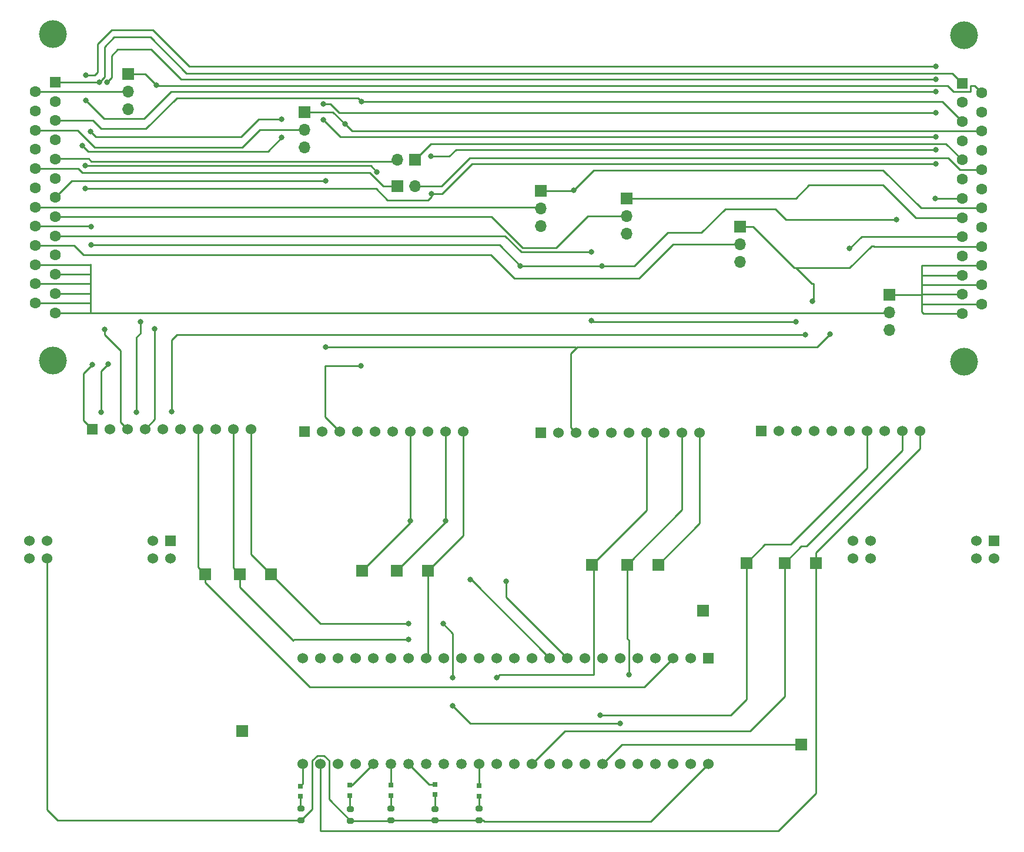
<source format=gbr>
%TF.GenerationSoftware,KiCad,Pcbnew,8.0.6*%
%TF.CreationDate,2025-01-19T12:17:07-08:00*%
%TF.ProjectId,DFboard2,4446626f-6172-4643-922e-6b696361645f,Rev0.1*%
%TF.SameCoordinates,Original*%
%TF.FileFunction,Copper,L1,Top*%
%TF.FilePolarity,Positive*%
%FSLAX46Y46*%
G04 Gerber Fmt 4.6, Leading zero omitted, Abs format (unit mm)*
G04 Created by KiCad (PCBNEW 8.0.6) date 2025-01-19 12:17:07*
%MOMM*%
%LPD*%
G01*
G04 APERTURE LIST*
G04 Aperture macros list*
%AMRoundRect*
0 Rectangle with rounded corners*
0 $1 Rounding radius*
0 $2 $3 $4 $5 $6 $7 $8 $9 X,Y pos of 4 corners*
0 Add a 4 corners polygon primitive as box body*
4,1,4,$2,$3,$4,$5,$6,$7,$8,$9,$2,$3,0*
0 Add four circle primitives for the rounded corners*
1,1,$1+$1,$2,$3*
1,1,$1+$1,$4,$5*
1,1,$1+$1,$6,$7*
1,1,$1+$1,$8,$9*
0 Add four rect primitives between the rounded corners*
20,1,$1+$1,$2,$3,$4,$5,0*
20,1,$1+$1,$4,$5,$6,$7,0*
20,1,$1+$1,$6,$7,$8,$9,0*
20,1,$1+$1,$8,$9,$2,$3,0*%
G04 Aperture macros list end*
%TA.AperFunction,SMDPad,CuDef*%
%ADD10RoundRect,0.200000X-0.275000X0.200000X-0.275000X-0.200000X0.275000X-0.200000X0.275000X0.200000X0*%
%TD*%
%TA.AperFunction,ComponentPad*%
%ADD11R,1.700000X1.700000*%
%TD*%
%TA.AperFunction,ComponentPad*%
%ADD12O,1.700000X1.700000*%
%TD*%
%TA.AperFunction,ComponentPad*%
%ADD13R,1.524000X1.524000*%
%TD*%
%TA.AperFunction,ComponentPad*%
%ADD14C,1.524000*%
%TD*%
%TA.AperFunction,SMDPad,CuDef*%
%ADD15R,0.800000X0.800000*%
%TD*%
%TA.AperFunction,ComponentPad*%
%ADD16C,4.000000*%
%TD*%
%TA.AperFunction,ComponentPad*%
%ADD17R,1.600000X1.600000*%
%TD*%
%TA.AperFunction,ComponentPad*%
%ADD18C,1.600000*%
%TD*%
%TA.AperFunction,ComponentPad*%
%ADD19C,1.514000*%
%TD*%
%TA.AperFunction,ViaPad*%
%ADD20C,0.800000*%
%TD*%
%TA.AperFunction,Conductor*%
%ADD21C,0.254000*%
%TD*%
G04 APERTURE END LIST*
D10*
%TO.P,R2,1*%
%TO.N,Net-(D2-A)*%
X71628000Y-130239000D03*
%TO.P,R2,2*%
%TO.N,3V3*%
X71628000Y-131889000D03*
%TD*%
D11*
%TO.P,JP5,1,A*%
%TO.N,Net-(JP5-A)*%
X111379000Y-42164000D03*
D12*
%TO.P,JP5,2,C*%
%TO.N,Net-(JP5-C)*%
X111379000Y-44704000D03*
%TO.P,JP5,3,B*%
%TO.N,unconnected-(JP5-B-Pad3)*%
X111379000Y-47244000D03*
%TD*%
D11*
%TO.P,TP9,1,1*%
%TO.N,Net-(U4-R2_Out)*%
X115926000Y-94996000D03*
%TD*%
D10*
%TO.P,R1,1*%
%TO.N,Net-(D1-A)*%
X64516000Y-130175000D03*
%TO.P,R1,2*%
%TO.N,3V3*%
X64516000Y-131825000D03*
%TD*%
D13*
%TO.P,U6,1,Ground*%
%TO.N,GND*%
X164338000Y-91567000D03*
D14*
%TO.P,U6,2,Ground*%
%TO.N,unconnected-(U6-Ground-Pad2)*%
X161798000Y-91567000D03*
%TO.P,U6,8,Ground*%
%TO.N,unconnected-(U6-Ground-Pad8)*%
X146558000Y-91567000D03*
%TO.P,U6,9,Ground*%
%TO.N,unconnected-(U6-Ground-Pad9)*%
X144018000Y-91567000D03*
%TO.P,U6,10,3.3V*%
%TO.N,unconnected-(U6-3.3V-Pad10)*%
X144018000Y-94107000D03*
%TO.P,U6,11,3.3V*%
%TO.N,unconnected-(U6-3.3V-Pad11)*%
X146558000Y-94107000D03*
%TO.P,U6,17,3.3V*%
%TO.N,unconnected-(U6-3.3V-Pad17)*%
X161798000Y-94107000D03*
%TO.P,U6,18,3.3V*%
%TO.N,5V*%
X164338000Y-94107000D03*
%TD*%
D11*
%TO.P,JP1,1,A*%
%TO.N,Net-(J2-P14)*%
X39624000Y-24257000D03*
D12*
%TO.P,JP1,2,C*%
%TO.N,Net-(J1-P14)*%
X39624000Y-26797000D03*
%TO.P,JP1,3,B*%
%TO.N,Net-(JP1-B)*%
X39624000Y-29337000D03*
%TD*%
D11*
%TO.P,TP10,1,1*%
%TO.N,Net-(U5-R2_Out)*%
X138651000Y-94742000D03*
%TD*%
D13*
%TO.P,U4,1,T1_Out*%
%TO.N,Net-(JP3-B)*%
X99060000Y-75931000D03*
D14*
%TO.P,U4,2,T2_Out*%
%TO.N,unconnected-(U4-T2_Out-Pad2)*%
X101600000Y-75931000D03*
%TO.P,U4,3,R1_In*%
%TO.N,Net-(U4-R1_In)*%
X104140000Y-75931000D03*
%TO.P,U4,4,R2_In*%
%TO.N,Net-(J2-P20)*%
X106680000Y-75931000D03*
%TO.P,U4,5,3-5.5V*%
%TO.N,3V3*%
X109220000Y-75931000D03*
%TO.P,U4,6,GND*%
%TO.N,GND*%
X111760000Y-75931000D03*
%TO.P,U4,7,T1_In*%
%TO.N,/TX3*%
X114300000Y-75931000D03*
%TO.P,U4,8,T2_In*%
%TO.N,unconnected-(U4-T2_In-Pad8)*%
X116840000Y-75931000D03*
%TO.P,U4,9,R1_Out*%
%TO.N,/RX3*%
X119380000Y-75931000D03*
%TO.P,U4,10,R2_Out*%
%TO.N,Net-(U4-R2_Out)*%
X121920000Y-75931000D03*
%TD*%
D11*
%TO.P,JP4,1,A*%
%TO.N,Net-(J2-P22)*%
X127762000Y-46243000D03*
D12*
%TO.P,JP4,2,C*%
%TO.N,Net-(J1-P22)*%
X127762000Y-48783000D03*
%TO.P,JP4,3,B*%
%TO.N,Net-(JP4-B)*%
X127762000Y-51323000D03*
%TD*%
D10*
%TO.P,R5,1*%
%TO.N,Net-(D5-A)*%
X90170000Y-130176000D03*
%TO.P,R5,2*%
%TO.N,3V3*%
X90170000Y-131826000D03*
%TD*%
D11*
%TO.P,TP2,1,1*%
%TO.N,/TX1*%
X50673000Y-96393000D03*
%TD*%
D15*
%TO.P,D1,1,K*%
%TO.N,Net-(D1-K)*%
X64389000Y-126897000D03*
%TO.P,D1,2,A*%
%TO.N,Net-(D1-A)*%
X64389000Y-128397000D03*
%TD*%
%TO.P,D2,1,K*%
%TO.N,Net-(D2-K)*%
X71501000Y-126758000D03*
%TO.P,D2,2,A*%
%TO.N,Net-(D2-A)*%
X71501000Y-128258000D03*
%TD*%
D16*
%TO.P,J1,0,PAD*%
%TO.N,GND*%
X28783000Y-18470000D03*
X28783000Y-65570000D03*
D17*
%TO.P,J1,1,1*%
%TO.N,Net-(U2-R1_In)*%
X29083000Y-25400000D03*
D18*
%TO.P,J1,2,2*%
%TO.N,unconnected-(J1-Pad2)*%
X29083000Y-28170000D03*
%TO.P,J1,3,3*%
%TO.N,Net-(U3-R1_In)*%
X29083000Y-30940000D03*
%TO.P,J1,4,4*%
%TO.N,unconnected-(J1-Pad4)*%
X29083000Y-33710000D03*
%TO.P,J1,5,5*%
%TO.N,Net-(JP9-B)*%
X29083000Y-36480000D03*
%TO.P,J1,6,6*%
%TO.N,unconnected-(J1-Pad6)*%
X29083000Y-39250000D03*
%TO.P,J1,7,7*%
%TO.N,Net-(U4-R1_In)*%
X29083000Y-42020000D03*
%TO.P,J1,8,8*%
%TO.N,Net-(JP5-C)*%
X29083000Y-44790000D03*
%TO.P,J1,9,9*%
%TO.N,Net-(U5-R1_In)*%
X29083000Y-47560000D03*
%TO.P,J1,10,10*%
%TO.N,unconnected-(J1-Pad10)*%
X29083000Y-50330000D03*
%TO.P,J1,11,11*%
%TO.N,Net-(J1-P23)*%
X29083000Y-53100000D03*
%TO.P,J1,12,12*%
X29083000Y-55870000D03*
%TO.P,J1,13,13*%
X29083000Y-58640000D03*
%TO.P,J1,14,P14*%
%TO.N,Net-(J1-P14)*%
X26243000Y-26785000D03*
%TO.P,J1,15,P15*%
%TO.N,unconnected-(J1-P15-Pad15)*%
X26243000Y-29555000D03*
%TO.P,J1,16,P16*%
%TO.N,Net-(J1-P16)*%
X26243000Y-32325000D03*
%TO.P,J1,17,P17*%
%TO.N,unconnected-(J1-P17-Pad17)*%
X26243000Y-35095000D03*
%TO.P,J1,18,P18*%
%TO.N,Net-(J1-P18)*%
X26243000Y-37865000D03*
%TO.P,J1,19,P19*%
%TO.N,unconnected-(J1-P19-Pad19)*%
X26243000Y-40635000D03*
%TO.P,J1,20,P20*%
%TO.N,Net-(J1-P20)*%
X26243000Y-43405000D03*
%TO.P,J1,21,P21*%
%TO.N,GND*%
X26243000Y-46175000D03*
%TO.P,J1,22,P22*%
%TO.N,Net-(J1-P22)*%
X26243000Y-48945000D03*
%TO.P,J1,23,P23*%
%TO.N,Net-(J1-P23)*%
X26243000Y-51715000D03*
%TO.P,J1,24,P24*%
X26243000Y-54485000D03*
%TO.P,J1,25,P25*%
X26243000Y-57255000D03*
%TD*%
D15*
%TO.P,D5,1,K*%
%TO.N,Net-(D5-K)*%
X90170000Y-126873000D03*
%TO.P,D5,2,A*%
%TO.N,Net-(D5-A)*%
X90170000Y-128373000D03*
%TD*%
D16*
%TO.P,J2,0,PAD*%
%TO.N,GND*%
X160020000Y-65709000D03*
X160020000Y-18609000D03*
D17*
%TO.P,J2,1,1*%
%TO.N,Net-(U2-R1_In)*%
X159720000Y-25539000D03*
D18*
%TO.P,J2,2,2*%
%TO.N,unconnected-(J2-Pad2)*%
X159720000Y-28309000D03*
%TO.P,J2,3,3*%
%TO.N,Net-(U3-R1_In)*%
X159720000Y-31079000D03*
%TO.P,J2,4,4*%
%TO.N,unconnected-(J2-Pad4)*%
X159720000Y-33849000D03*
%TO.P,J2,5,5*%
%TO.N,Net-(JP9-A)*%
X159720000Y-36619000D03*
%TO.P,J2,6,6*%
%TO.N,unconnected-(J2-Pad6)*%
X159720000Y-39389000D03*
%TO.P,J2,7,7*%
%TO.N,Net-(U4-R1_In)*%
X159720000Y-42159000D03*
%TO.P,J2,8,8*%
%TO.N,Net-(JP5-A)*%
X159720000Y-44929000D03*
%TO.P,J2,9,9*%
%TO.N,Net-(U5-R1_In)*%
X159720000Y-47699000D03*
%TO.P,J2,10,10*%
%TO.N,unconnected-(J2-Pad10)*%
X159720000Y-50469000D03*
%TO.P,J2,11,11*%
%TO.N,Net-(J2-P23)*%
X159720000Y-53239000D03*
%TO.P,J2,12,12*%
X159720000Y-56009000D03*
%TO.P,J2,13,13*%
X159720000Y-58779000D03*
%TO.P,J2,14,P14*%
%TO.N,Net-(J2-P14)*%
X162560000Y-26924000D03*
%TO.P,J2,15,P15*%
%TO.N,unconnected-(J2-P15-Pad15)*%
X162560000Y-29694000D03*
%TO.P,J2,16,P16*%
%TO.N,Net-(J2-P16)*%
X162560000Y-32464000D03*
%TO.P,J2,17,P17*%
%TO.N,unconnected-(J2-P17-Pad17)*%
X162560000Y-35234000D03*
%TO.P,J2,18,P18*%
%TO.N,Net-(J2-P18)*%
X162560000Y-38004000D03*
%TO.P,J2,19,P19*%
%TO.N,unconnected-(J2-P19-Pad19)*%
X162560000Y-40774000D03*
%TO.P,J2,20,P20*%
%TO.N,Net-(J2-P20)*%
X162560000Y-43544000D03*
%TO.P,J2,21,P21*%
%TO.N,GND*%
X162560000Y-46314000D03*
%TO.P,J2,22,P22*%
%TO.N,Net-(J2-P22)*%
X162560000Y-49084000D03*
%TO.P,J2,23,P23*%
%TO.N,Net-(J2-P23)*%
X162560000Y-51854000D03*
%TO.P,J2,24,P24*%
X162560000Y-54624000D03*
%TO.P,J2,25,P25*%
X162560000Y-57394000D03*
%TD*%
D11*
%TO.P,TP1,1,1*%
%TO.N,/RX1*%
X55673000Y-96393000D03*
%TD*%
D15*
%TO.P,D4,1,K*%
%TO.N,Net-(D4-K)*%
X83820000Y-126643000D03*
%TO.P,D4,2,A*%
%TO.N,Net-(D4-A)*%
X83820000Y-128143000D03*
%TD*%
D11*
%TO.P,TP3,1,1*%
%TO.N,/RX2*%
X78279000Y-95885000D03*
%TD*%
D13*
%TO.P,U1,1,Ground*%
%TO.N,GND*%
X45720000Y-91567000D03*
D14*
%TO.P,U1,2,Ground*%
%TO.N,unconnected-(U1-Ground-Pad2)*%
X43180000Y-91567000D03*
%TO.P,U1,8,Ground*%
%TO.N,unconnected-(U1-Ground-Pad8)*%
X27940000Y-91567000D03*
%TO.P,U1,9,Ground*%
%TO.N,unconnected-(U1-Ground-Pad9)*%
X25400000Y-91567000D03*
%TO.P,U1,10,3.3V*%
%TO.N,unconnected-(U1-3.3V-Pad10)*%
X25400000Y-94107000D03*
%TO.P,U1,11,3.3V*%
%TO.N,3V3*%
X27940000Y-94107000D03*
%TO.P,U1,17,3.3V*%
%TO.N,unconnected-(U1-3.3V-Pad17)*%
X43180000Y-94107000D03*
%TO.P,U1,18,3.3V*%
%TO.N,unconnected-(U1-3.3V-Pad18)*%
X45720000Y-94107000D03*
%TD*%
D11*
%TO.P,TP11,1,1*%
%TO.N,/RX6*%
X82779000Y-95885000D03*
%TD*%
D13*
%TO.P,J13,1,1*%
%TO.N,GND*%
X123190000Y-108458000D03*
D14*
%TO.P,J13,2,2*%
%TO.N,/RX1*%
X120650000Y-108458000D03*
%TO.P,J13,3,3*%
%TO.N,/TX1*%
X118110000Y-108458000D03*
%TO.P,J13,4,4*%
%TO.N,unconnected-(J13-Pad4)*%
X115570000Y-108458000D03*
%TO.P,J13,5,5*%
%TO.N,unconnected-(J13-Pad5)*%
X113030000Y-108458000D03*
%TO.P,J13,6,6*%
%TO.N,unconnected-(J13-Pad6)*%
X110490000Y-108458000D03*
%TO.P,J13,7,7*%
%TO.N,unconnected-(J13-Pad7)*%
X107950000Y-108458000D03*
%TO.P,J13,8,8*%
%TO.N,unconnected-(J13-Pad8)*%
X105410000Y-108458000D03*
%TO.P,J13,9,9*%
%TO.N,/RX2*%
X102870000Y-108458000D03*
%TO.P,J13,10,10*%
%TO.N,/TX2*%
X100330000Y-108458000D03*
%TO.P,J13,11,11*%
%TO.N,unconnected-(J13-Pad11)*%
X97790000Y-108458000D03*
%TO.P,J13,12,12*%
%TO.N,unconnected-(J13-Pad12)*%
X95250000Y-108458000D03*
%TO.P,J13,13,13*%
%TO.N,unconnected-(J13-Pad13)*%
X92710000Y-108458000D03*
%TO.P,J13,14,14*%
%TO.N,unconnected-(J13-Pad14)*%
X90170000Y-108458000D03*
%TO.P,J13,15,15*%
%TO.N,unconnected-(J13-Pad15)*%
X87630000Y-108458000D03*
%TO.P,J13,16,16*%
%TO.N,Net-(J13-Pad16)*%
X85090000Y-108458000D03*
%TO.P,J13,17,17*%
%TO.N,/RX6*%
X82550000Y-108458000D03*
%TO.P,J13,18,18*%
%TO.N,unconnected-(J13-Pad18)*%
X80010000Y-108458000D03*
%TO.P,J13,19,19*%
%TO.N,unconnected-(J13-Pad19)*%
X77470000Y-108458000D03*
%TO.P,J13,20,20*%
%TO.N,Net-(U4-R2_Out)*%
X74930000Y-108458000D03*
%TO.P,J13,21,21*%
%TO.N,unconnected-(J13-Pad21)*%
X72390000Y-108458000D03*
%TO.P,J13,22,22*%
%TO.N,unconnected-(J13-Pad22)*%
X69850000Y-108458000D03*
%TO.P,J13,23,23*%
%TO.N,unconnected-(J13-Pad23)*%
X67310000Y-108458000D03*
%TO.P,J13,24,24*%
%TO.N,unconnected-(J13-Pad24)*%
X64770000Y-108458000D03*
%TO.P,J13,25,25*%
%TO.N,Net-(D1-K)*%
X64770000Y-123698000D03*
%TO.P,J13,26,26*%
%TO.N,Net-(U5-R2_Out)*%
X67310000Y-123698000D03*
%TO.P,J13,27,27*%
%TO.N,unconnected-(J13-Pad27)*%
X69850000Y-123698000D03*
%TO.P,J13,28,28*%
%TO.N,unconnected-(J13-Pad28)*%
X72390000Y-123698000D03*
D19*
%TO.P,J13,29,29*%
%TO.N,Net-(D2-K)*%
X74930000Y-123698000D03*
%TO.P,J13,30,30*%
%TO.N,Net-(D3-K)*%
X77470000Y-123698000D03*
%TO.P,J13,31,31*%
%TO.N,Net-(D4-K)*%
X80010000Y-123698000D03*
%TO.P,J13,32,32*%
%TO.N,unconnected-(J13-Pad32)*%
X82550000Y-123698000D03*
%TO.P,J13,33,33*%
%TO.N,unconnected-(J13-Pad33)*%
X85090000Y-123698000D03*
%TO.P,J13,34,34*%
%TO.N,GND*%
X87630000Y-123698000D03*
D14*
%TO.P,J13,35,35*%
%TO.N,Net-(D5-K)*%
X90170000Y-123698000D03*
%TO.P,J13,36,36*%
%TO.N,/TX3*%
X92710000Y-123698000D03*
%TO.P,J13,37,37*%
%TO.N,/RX3*%
X95250000Y-123698000D03*
%TO.P,J13,38,38*%
%TO.N,/RX4*%
X97790000Y-123698000D03*
%TO.P,J13,39,39*%
%TO.N,/TX4*%
X100330000Y-123698000D03*
%TO.P,J13,40,40*%
%TO.N,unconnected-(J13-Pad40)*%
X102870000Y-123698000D03*
%TO.P,J13,41,41*%
%TO.N,unconnected-(J13-Pad41)*%
X105410000Y-123698000D03*
%TO.P,J13,42,42*%
%TO.N,/TX5*%
X107950000Y-123698000D03*
%TO.P,J13,43,43*%
%TO.N,/RX5*%
X110490000Y-123698000D03*
%TO.P,J13,44,44*%
%TO.N,unconnected-(J13-Pad44)*%
X113030000Y-123698000D03*
%TO.P,J13,45,45*%
%TO.N,unconnected-(J13-Pad45)*%
X115570000Y-123698000D03*
%TO.P,J13,46,46*%
%TO.N,unconnected-(J13-Pad46)*%
X118110000Y-123698000D03*
%TO.P,J13,47,47*%
%TO.N,GND*%
X120650000Y-123698000D03*
%TO.P,J13,48,48*%
%TO.N,3V3*%
X123190000Y-123698000D03*
%TD*%
D11*
%TO.P,TP14,1,1*%
%TO.N,/TX5*%
X136525000Y-120904000D03*
%TD*%
D10*
%TO.P,R4,1*%
%TO.N,Net-(D4-A)*%
X83820000Y-130187000D03*
%TO.P,R4,2*%
%TO.N,3V3*%
X83820000Y-131837000D03*
%TD*%
%TO.P,R3,1*%
%TO.N,Net-(D3-A)*%
X77470000Y-130175000D03*
%TO.P,R3,2*%
%TO.N,3V3*%
X77470000Y-131825000D03*
%TD*%
D13*
%TO.P,U2,1,T1_Out*%
%TO.N,Net-(JP1-B)*%
X34417000Y-75438000D03*
D14*
%TO.P,U2,2,T2_Out*%
%TO.N,unconnected-(U2-T2_Out-Pad2)*%
X36957000Y-75438000D03*
%TO.P,U2,3,R1_In*%
%TO.N,Net-(U2-R1_In)*%
X39497000Y-75438000D03*
%TO.P,U2,4,R2_In*%
%TO.N,Net-(J2-P14)*%
X42037000Y-75438000D03*
%TO.P,U2,5,3-5.5V*%
%TO.N,3V3*%
X44577000Y-75438000D03*
%TO.P,U2,6,GND*%
%TO.N,GND*%
X47117000Y-75438000D03*
%TO.P,U2,7,T1_In*%
%TO.N,/TX1*%
X49657000Y-75438000D03*
%TO.P,U2,8,T2_In*%
%TO.N,unconnected-(U2-T2_In-Pad8)*%
X52197000Y-75438000D03*
%TO.P,U2,9,R1_Out*%
%TO.N,/RX1*%
X54737000Y-75438000D03*
%TO.P,U2,10,R2_Out*%
%TO.N,/RX5*%
X57277000Y-75438000D03*
%TD*%
D11*
%TO.P,TP5,1,1*%
%TO.N,/RX3*%
X111426000Y-94996000D03*
%TD*%
%TO.P,TP16,1,1*%
%TO.N,GND*%
X122428000Y-101600000D03*
%TD*%
%TO.P,JP9,1,A*%
%TO.N,Net-(JP9-A)*%
X80899000Y-36576000D03*
D12*
%TO.P,JP9,2,B*%
%TO.N,Net-(JP9-B)*%
X78359000Y-36576000D03*
%TD*%
D13*
%TO.P,U5,1,T1_Out*%
%TO.N,Net-(JP4-B)*%
X130810000Y-75677000D03*
D14*
%TO.P,U5,2,T2_Out*%
%TO.N,unconnected-(U5-T2_Out-Pad2)*%
X133350000Y-75677000D03*
%TO.P,U5,3,R1_In*%
%TO.N,Net-(U5-R1_In)*%
X135890000Y-75677000D03*
%TO.P,U5,4,R2_In*%
%TO.N,Net-(J2-P22)*%
X138430000Y-75677000D03*
%TO.P,U5,5,3-5.5V*%
%TO.N,3V3*%
X140970000Y-75677000D03*
%TO.P,U5,6,GND*%
%TO.N,GND*%
X143510000Y-75677000D03*
%TO.P,U5,7,T1_In*%
%TO.N,/TX4*%
X146050000Y-75677000D03*
%TO.P,U5,8,T2_In*%
%TO.N,unconnected-(U5-T2_In-Pad8)*%
X148590000Y-75677000D03*
%TO.P,U5,9,R1_Out*%
%TO.N,/RX4*%
X151130000Y-75677000D03*
%TO.P,U5,10,R2_Out*%
%TO.N,Net-(U5-R2_Out)*%
X153670000Y-75677000D03*
%TD*%
D11*
%TO.P,JP2,1,A*%
%TO.N,Net-(J2-P16)*%
X65024000Y-29718000D03*
D12*
%TO.P,JP2,2,C*%
%TO.N,Net-(J1-P16)*%
X65024000Y-32258000D03*
%TO.P,JP2,3,B*%
%TO.N,Net-(JP2-B)*%
X65024000Y-34798000D03*
%TD*%
D11*
%TO.P,TP12,1,1*%
%TO.N,/RX5*%
X60173000Y-96393000D03*
%TD*%
%TO.P,TP7,1,1*%
%TO.N,/RX4*%
X134151000Y-94742000D03*
%TD*%
%TO.P,TP13,1,1*%
%TO.N,Net-(J13-Pad16)*%
X56007000Y-118999000D03*
%TD*%
%TO.P,JP8,1,A*%
%TO.N,Net-(J1-P18)*%
X78359000Y-40386000D03*
D12*
%TO.P,JP8,2,B*%
%TO.N,Net-(J2-P18)*%
X80899000Y-40386000D03*
%TD*%
D11*
%TO.P,TP8,1,1*%
%TO.N,/TX4*%
X128651000Y-94742000D03*
%TD*%
D13*
%TO.P,U3,1,T1_Out*%
%TO.N,Net-(JP2-B)*%
X65024000Y-75819000D03*
D14*
%TO.P,U3,2,T2_Out*%
%TO.N,unconnected-(U3-T2_Out-Pad2)*%
X67564000Y-75819000D03*
%TO.P,U3,3,R1_In*%
%TO.N,Net-(U3-R1_In)*%
X70104000Y-75819000D03*
%TO.P,U3,4,R2_In*%
%TO.N,Net-(J2-P16)*%
X72644000Y-75819000D03*
%TO.P,U3,5,3-5.5V*%
%TO.N,3V3*%
X75184000Y-75819000D03*
%TO.P,U3,6,GND*%
%TO.N,GND*%
X77724000Y-75819000D03*
%TO.P,U3,7,T1_In*%
%TO.N,/TX2*%
X80264000Y-75819000D03*
%TO.P,U3,8,T2_In*%
%TO.N,unconnected-(U3-T2_In-Pad8)*%
X82804000Y-75819000D03*
%TO.P,U3,9,R1_Out*%
%TO.N,/RX2*%
X85344000Y-75819000D03*
%TO.P,U3,10,R2_Out*%
%TO.N,/RX6*%
X87884000Y-75819000D03*
%TD*%
D11*
%TO.P,JP7,1,A*%
%TO.N,Net-(J2-P23)*%
X149225000Y-56022000D03*
D12*
%TO.P,JP7,2,C*%
%TO.N,Net-(J1-P23)*%
X149225000Y-58562000D03*
%TO.P,JP7,3,B*%
%TO.N,5V*%
X149225000Y-61102000D03*
%TD*%
D11*
%TO.P,TP4,1,1*%
%TO.N,/TX2*%
X73279000Y-95885000D03*
%TD*%
D15*
%TO.P,D3,1,K*%
%TO.N,Net-(D3-K)*%
X77470000Y-126758000D03*
%TO.P,D3,2,A*%
%TO.N,Net-(D3-A)*%
X77470000Y-128258000D03*
%TD*%
D11*
%TO.P,JP3,1,A*%
%TO.N,Net-(J2-P20)*%
X99060000Y-41036000D03*
D12*
%TO.P,JP3,2,C*%
%TO.N,Net-(J1-P20)*%
X99060000Y-43576000D03*
%TO.P,JP3,3,B*%
%TO.N,Net-(JP3-B)*%
X99060000Y-46116000D03*
%TD*%
D11*
%TO.P,TP6,1,1*%
%TO.N,/TX3*%
X106426000Y-94996000D03*
%TD*%
D20*
%TO.N,/RX1*%
X80010000Y-105791000D03*
%TO.N,/RX2*%
X94043500Y-97345500D03*
X85344000Y-88646000D03*
%TO.N,/TX2*%
X88900000Y-97155000D03*
X80264000Y-88646000D03*
%TO.N,/RX5*%
X86360000Y-111252000D03*
X110490000Y-117856000D03*
X80010000Y-103505000D03*
X86360000Y-115316000D03*
X84963000Y-103505000D03*
%TO.N,Net-(U2-R1_In)*%
X36195000Y-61087000D03*
X35471197Y-25400000D03*
%TO.N,/TX4*%
X107569000Y-116713000D03*
%TO.N,/RX3*%
X111760000Y-110871000D03*
%TO.N,/TX3*%
X92710000Y-111252000D03*
%TO.N,Net-(U3-R1_In)*%
X73152000Y-66294000D03*
X73215500Y-28194000D03*
%TO.N,GND*%
X155956000Y-35121800D03*
X33401000Y-40767000D03*
X40767000Y-73025000D03*
X107823000Y-51943000D03*
X36703000Y-66040000D03*
X61722000Y-30734000D03*
X33401000Y-37465000D03*
X33020000Y-34544000D03*
X155956000Y-37211000D03*
X155956000Y-33295800D03*
X35687000Y-73025000D03*
X83185000Y-36068000D03*
X67691000Y-28517800D03*
X75438000Y-38354000D03*
X155956000Y-26739800D03*
X34290000Y-48895000D03*
X61722000Y-33401000D03*
X137160000Y-61849000D03*
X41402000Y-59944000D03*
X83312000Y-41529000D03*
X34163000Y-32512000D03*
X155956000Y-29845000D03*
X45847000Y-72898000D03*
X33528000Y-24384000D03*
X67691000Y-30861000D03*
X155956000Y-23114000D03*
X36576000Y-25400000D03*
X33528000Y-28067000D03*
X34290000Y-46228000D03*
X96075500Y-51879500D03*
X155956000Y-24961800D03*
X150241000Y-45212000D03*
%TO.N,Net-(U4-R1_In)*%
X68072000Y-63627000D03*
X155829000Y-42164000D03*
X140716000Y-61722000D03*
X68072000Y-39624000D03*
%TO.N,Net-(U5-R1_In)*%
X135763000Y-59944000D03*
X143510000Y-49403000D03*
X106299000Y-59817000D03*
X106299000Y-49911000D03*
%TO.N,Net-(J2-P22)*%
X138176000Y-57023000D03*
%TO.N,Net-(J2-P14)*%
X43624500Y-25844500D03*
X43434000Y-60960000D03*
%TO.N,Net-(J2-P20)*%
X103759000Y-41021000D03*
%TO.N,Net-(J2-P16)*%
X70802500Y-31432500D03*
%TO.N,Net-(JP1-B)*%
X34417000Y-66167000D03*
%TD*%
D21*
%TO.N,/RX1*%
X63500000Y-105791000D02*
X63373000Y-105918000D01*
X55673000Y-96393000D02*
X55673000Y-98218000D01*
X54737000Y-75438000D02*
X54737000Y-95457000D01*
X54737000Y-95457000D02*
X55673000Y-96393000D01*
X80010000Y-105791000D02*
X63500000Y-105791000D01*
X55673000Y-98218000D02*
X63373000Y-105918000D01*
%TO.N,Net-(J1-P23)*%
X34141000Y-57255000D02*
X34163000Y-57277000D01*
X29083000Y-53100000D02*
X34149000Y-53100000D01*
X149147000Y-58640000D02*
X149225000Y-58562000D01*
X29083000Y-55870000D02*
X34153000Y-55870000D01*
X34153000Y-55870000D02*
X34163000Y-55880000D01*
X34149000Y-53100000D02*
X34163000Y-53086000D01*
X34163000Y-58640000D02*
X149147000Y-58640000D01*
X34163000Y-55880000D02*
X34163000Y-57277000D01*
X29083000Y-58640000D02*
X34163000Y-58640000D01*
X34163000Y-51689000D02*
X34163000Y-53086000D01*
X34137000Y-51715000D02*
X34163000Y-51689000D01*
X34163000Y-54356000D02*
X34163000Y-55880000D01*
X26243000Y-57255000D02*
X34141000Y-57255000D01*
X26243000Y-54485000D02*
X34034000Y-54485000D01*
X34163000Y-57277000D02*
X34163000Y-58640000D01*
X34163000Y-53086000D02*
X34163000Y-54356000D01*
X34034000Y-54485000D02*
X34163000Y-54356000D01*
X26243000Y-51715000D02*
X34137000Y-51715000D01*
%TO.N,/TX1*%
X49657000Y-95377000D02*
X50673000Y-96393000D01*
X49657000Y-75438000D02*
X49657000Y-95377000D01*
X50673000Y-96393000D02*
X50673000Y-97536000D01*
X50673000Y-97536000D02*
X65786000Y-112649000D01*
X113919000Y-112649000D02*
X118110000Y-108458000D01*
X65786000Y-112649000D02*
X113919000Y-112649000D01*
%TO.N,/RX2*%
X85344000Y-88820000D02*
X78279000Y-95885000D01*
X94043500Y-99631500D02*
X102870000Y-108458000D01*
X85344000Y-75819000D02*
X85344000Y-88646000D01*
X94043500Y-97345500D02*
X94043500Y-99631500D01*
X85344000Y-88646000D02*
X85344000Y-88820000D01*
%TO.N,/TX2*%
X88900000Y-97155000D02*
X89027000Y-97155000D01*
X80264000Y-88646000D02*
X80264000Y-88900000D01*
X80264000Y-88900000D02*
X73279000Y-95885000D01*
X89027000Y-97155000D02*
X100330000Y-108458000D01*
X80264000Y-75819000D02*
X80264000Y-88646000D01*
%TO.N,/RX6*%
X87884000Y-90780000D02*
X82779000Y-95885000D01*
X82779000Y-108229000D02*
X82550000Y-108458000D01*
X87884000Y-75819000D02*
X87884000Y-90780000D01*
X82779000Y-95885000D02*
X82779000Y-108229000D01*
%TO.N,/RX5*%
X57277000Y-93497000D02*
X60173000Y-96393000D01*
X86360000Y-115316000D02*
X88900000Y-117856000D01*
X60173000Y-96393000D02*
X60198000Y-96393000D01*
X57277000Y-75438000D02*
X57277000Y-93497000D01*
X67310000Y-103505000D02*
X80010000Y-103505000D01*
X86360000Y-109728000D02*
X86360000Y-111252000D01*
X60198000Y-96393000D02*
X67310000Y-103505000D01*
X86360000Y-104902000D02*
X86360000Y-109728000D01*
X84963000Y-103505000D02*
X86360000Y-104902000D01*
X110490000Y-117856000D02*
X88900000Y-117856000D01*
%TO.N,Net-(U2-R1_In)*%
X36195000Y-24604657D02*
X36195000Y-20320000D01*
X36195000Y-20320000D02*
X37592000Y-18923000D01*
X37592000Y-18923000D02*
X42799000Y-18923000D01*
X35471197Y-25400000D02*
X35744200Y-25126997D01*
X36195000Y-61849000D02*
X38481000Y-64135000D01*
X38481000Y-74422000D02*
X39497000Y-75438000D01*
X42799000Y-18923000D02*
X48006000Y-24130000D01*
X35744200Y-25055457D02*
X36195000Y-24604657D01*
X35744200Y-25126997D02*
X35744200Y-25055457D01*
X35471197Y-25400000D02*
X29083000Y-25400000D01*
X38481000Y-64135000D02*
X38481000Y-74422000D01*
X158311000Y-24130000D02*
X159720000Y-25539000D01*
X48006000Y-24130000D02*
X158311000Y-24130000D01*
X36195000Y-61087000D02*
X36195000Y-61849000D01*
%TO.N,/TX5*%
X110744000Y-120904000D02*
X107950000Y-123698000D01*
X136525000Y-120904000D02*
X110744000Y-120904000D01*
%TO.N,/RX4*%
X129159000Y-118999000D02*
X134151000Y-114007000D01*
X137287000Y-92329000D02*
X136564000Y-92329000D01*
X102489000Y-118999000D02*
X129159000Y-118999000D01*
X151130000Y-75677000D02*
X151130000Y-78486000D01*
X136564000Y-92329000D02*
X134151000Y-94742000D01*
X97790000Y-123698000D02*
X102489000Y-118999000D01*
X134151000Y-114007000D02*
X134151000Y-94742000D01*
X151130000Y-78486000D02*
X137287000Y-92329000D01*
%TO.N,/TX4*%
X128651000Y-114427000D02*
X128651000Y-94742000D01*
X146050000Y-81026000D02*
X135001000Y-92075000D01*
X107569000Y-116713000D02*
X126365000Y-116713000D01*
X135001000Y-92075000D02*
X131318000Y-92075000D01*
X131318000Y-92075000D02*
X128651000Y-94742000D01*
X146050000Y-75677000D02*
X146050000Y-81026000D01*
X126365000Y-116713000D02*
X128651000Y-114427000D01*
%TO.N,/RX3*%
X111760000Y-105918000D02*
X111760000Y-110871000D01*
X111426000Y-94996000D02*
X111426000Y-105584000D01*
X111426000Y-105584000D02*
X111760000Y-105918000D01*
X119380000Y-75931000D02*
X119380000Y-87042000D01*
X119380000Y-87042000D02*
X111426000Y-94996000D01*
%TO.N,/TX3*%
X106426000Y-94996000D02*
X106680000Y-95250000D01*
X114300000Y-87122000D02*
X106426000Y-94996000D01*
X106680000Y-95250000D02*
X106680000Y-110871000D01*
X114300000Y-75931000D02*
X114300000Y-87122000D01*
X93091000Y-110871000D02*
X92710000Y-111252000D01*
X106680000Y-110871000D02*
X93091000Y-110871000D01*
%TO.N,Net-(D1-K)*%
X64770000Y-123698000D02*
X64770000Y-126516000D01*
X64770000Y-126516000D02*
X64389000Y-126897000D01*
%TO.N,Net-(J1-P16)*%
X26243000Y-32325000D02*
X32325000Y-32325000D01*
X64957000Y-32325000D02*
X65024000Y-32258000D01*
X58547000Y-32258000D02*
X65024000Y-32258000D01*
X56007000Y-34798000D02*
X58547000Y-32258000D01*
X32325000Y-32325000D02*
X34798000Y-34798000D01*
X34798000Y-34798000D02*
X56007000Y-34798000D01*
%TO.N,Net-(D2-K)*%
X71870000Y-126758000D02*
X71501000Y-126758000D01*
X74930000Y-123698000D02*
X71870000Y-126758000D01*
%TO.N,Net-(D5-K)*%
X90170000Y-123698000D02*
X90170000Y-126873000D01*
%TO.N,Net-(D3-K)*%
X77470000Y-123698000D02*
X77470000Y-126758000D01*
%TO.N,Net-(D4-K)*%
X80010000Y-123698000D02*
X82955000Y-126643000D01*
X82955000Y-126643000D02*
X83820000Y-126643000D01*
%TO.N,Net-(JP9-B)*%
X78105000Y-36830000D02*
X78359000Y-36576000D01*
X29114000Y-36449000D02*
X33909000Y-36449000D01*
X33909000Y-36449000D02*
X34290000Y-36830000D01*
X29083000Y-36480000D02*
X29114000Y-36449000D01*
X34290000Y-36830000D02*
X78105000Y-36830000D01*
%TO.N,Net-(U3-R1_In)*%
X35687000Y-32131000D02*
X42164000Y-32131000D01*
X46609000Y-27686000D02*
X72707500Y-27686000D01*
X29083000Y-30940000D02*
X34496000Y-30940000D01*
X72707500Y-27686000D02*
X73215500Y-28194000D01*
X67945000Y-73660000D02*
X67945000Y-66294000D01*
X34496000Y-30940000D02*
X35687000Y-32131000D01*
X67945000Y-66294000D02*
X73152000Y-66294000D01*
X73215500Y-28194000D02*
X156835000Y-28194000D01*
X70104000Y-75819000D02*
X67945000Y-73660000D01*
X42164000Y-32131000D02*
X46609000Y-27686000D01*
X156835000Y-28194000D02*
X159720000Y-31079000D01*
%TO.N,Net-(J1-P22)*%
X33147000Y-50292000D02*
X91821000Y-50292000D01*
X31800000Y-48945000D02*
X33147000Y-50292000D01*
X118095000Y-48783000D02*
X127762000Y-48783000D01*
X95250000Y-53721000D02*
X113157000Y-53721000D01*
X113157000Y-53721000D02*
X118095000Y-48783000D01*
X91821000Y-50292000D02*
X95250000Y-53721000D01*
X26243000Y-48945000D02*
X31800000Y-48945000D01*
%TO.N,Net-(JP5-C)*%
X96393000Y-49276000D02*
X101219000Y-49276000D01*
X105791000Y-44704000D02*
X111379000Y-44704000D01*
X29083000Y-44790000D02*
X91907000Y-44790000D01*
X101219000Y-49276000D02*
X105791000Y-44704000D01*
X91907000Y-44790000D02*
X96393000Y-49276000D01*
%TO.N,Net-(J1-P14)*%
X26243000Y-26785000D02*
X39612000Y-26785000D01*
X39612000Y-26785000D02*
X39624000Y-26797000D01*
%TO.N,GND*%
X70005262Y-29845000D02*
X155956000Y-29845000D01*
X155956000Y-23114000D02*
X48387000Y-23114000D01*
X55880000Y-33274000D02*
X58420000Y-30734000D01*
X82804000Y-42418000D02*
X83312000Y-41910000D01*
X41898200Y-30618800D02*
X36079800Y-30618800D01*
X137160000Y-61849000D02*
X46609000Y-61849000D01*
X112522000Y-51943000D02*
X107823000Y-51943000D01*
X155956000Y-26739800D02*
X45777200Y-26739800D01*
X33020000Y-34544000D02*
X33832800Y-35356800D01*
X96075500Y-51879500D02*
X93091000Y-48895000D01*
X122174000Y-47117000D02*
X117348000Y-47117000D01*
X155956000Y-24961800D02*
X47186800Y-24961800D01*
X48387000Y-23114000D02*
X43180000Y-17907000D01*
X155956000Y-37211000D02*
X89154000Y-37211000D01*
X75311000Y-40767000D02*
X76962000Y-42418000D01*
X35179000Y-19939000D02*
X35179000Y-24003000D01*
X45847000Y-62611000D02*
X45847000Y-72771000D01*
X35179000Y-24003000D02*
X34798000Y-24384000D01*
X26243000Y-46175000D02*
X34237000Y-46175000D01*
X96139000Y-51943000D02*
X107823000Y-51943000D01*
X45777200Y-26739800D02*
X41898200Y-30618800D01*
X89154000Y-37211000D02*
X84836000Y-41529000D01*
X74549000Y-37465000D02*
X75438000Y-38354000D01*
X35687000Y-73025000D02*
X35687000Y-67056000D01*
X117348000Y-47117000D02*
X112522000Y-51943000D01*
X46609000Y-61849000D02*
X45847000Y-62611000D01*
X33832800Y-35356800D02*
X59766200Y-35356800D01*
X43180000Y-17907000D02*
X38100000Y-17907000D01*
X93091000Y-48895000D02*
X34290000Y-48895000D01*
X155956000Y-35121800D02*
X86798200Y-35121800D01*
X34163000Y-32512000D02*
X34925000Y-33274000D01*
X38100000Y-20701000D02*
X37211000Y-21590000D01*
X76962000Y-42418000D02*
X82804000Y-42418000D01*
X37211000Y-21590000D02*
X37211000Y-24765000D01*
X41402000Y-61595000D02*
X41402000Y-60071000D01*
X34925000Y-33274000D02*
X55880000Y-33274000D01*
X85852000Y-36068000D02*
X83185000Y-36068000D01*
X37211000Y-17907000D02*
X35179000Y-19939000D01*
X37211000Y-24765000D02*
X36576000Y-25400000D01*
X125603000Y-43688000D02*
X122174000Y-47117000D01*
X70125800Y-33295800D02*
X67691000Y-30861000D01*
X36079800Y-30618800D02*
X33528000Y-28067000D01*
X150241000Y-45212000D02*
X134366000Y-45212000D01*
X86798200Y-35121800D02*
X85852000Y-36068000D01*
X67691000Y-28517800D02*
X68678062Y-28517800D01*
X42926000Y-20701000D02*
X38100000Y-20701000D01*
X96075500Y-51879500D02*
X96139000Y-51943000D01*
X34237000Y-46175000D02*
X34290000Y-46228000D01*
X33401000Y-40767000D02*
X75311000Y-40767000D01*
X155956000Y-33295800D02*
X70125800Y-33295800D01*
X58420000Y-30734000D02*
X61722000Y-30734000D01*
X38100000Y-17907000D02*
X37211000Y-17907000D01*
X40767000Y-62230000D02*
X41402000Y-61595000D01*
X83312000Y-41910000D02*
X83312000Y-41529000D01*
X134366000Y-45212000D02*
X132842000Y-43688000D01*
X84836000Y-41529000D02*
X83312000Y-41529000D01*
X34798000Y-24384000D02*
X33655000Y-24384000D01*
X59766200Y-35356800D02*
X61722000Y-33401000D01*
X33401000Y-37465000D02*
X74549000Y-37465000D01*
X132842000Y-43688000D02*
X125603000Y-43688000D01*
X40767000Y-73025000D02*
X40767000Y-62230000D01*
X35687000Y-67056000D02*
X36703000Y-66040000D01*
X68678062Y-28517800D02*
X70005262Y-29845000D01*
X47186800Y-24961800D02*
X42926000Y-20701000D01*
%TO.N,Net-(J1-P20)*%
X26243000Y-43405000D02*
X98889000Y-43405000D01*
X98889000Y-43405000D02*
X99060000Y-43576000D01*
%TO.N,Net-(J1-P18)*%
X74388657Y-38481000D02*
X76293657Y-40386000D01*
X33020000Y-38481000D02*
X74388657Y-38481000D01*
X76293657Y-40386000D02*
X78359000Y-40386000D01*
X32404000Y-37865000D02*
X33020000Y-38481000D01*
X26243000Y-37865000D02*
X32404000Y-37865000D01*
%TO.N,Net-(U4-R1_In)*%
X103378000Y-64516000D02*
X104140000Y-63754000D01*
X68072000Y-63627000D02*
X104013000Y-63627000D01*
X104140000Y-63754000D02*
X104267000Y-63627000D01*
X155834000Y-42159000D02*
X155829000Y-42164000D01*
X159720000Y-42159000D02*
X155834000Y-42159000D01*
X138811000Y-63627000D02*
X140716000Y-61722000D01*
X103378000Y-75169000D02*
X103378000Y-64516000D01*
X104267000Y-63627000D02*
X138811000Y-63627000D01*
X31479000Y-39624000D02*
X29083000Y-42020000D01*
X104140000Y-75931000D02*
X103378000Y-75169000D01*
X68072000Y-39624000D02*
X31479000Y-39624000D01*
X104013000Y-63627000D02*
X104140000Y-63754000D01*
%TO.N,Net-(U5-R1_In)*%
X135763000Y-59944000D02*
X106426000Y-59944000D01*
X159720000Y-47699000D02*
X145214000Y-47699000D01*
X96237737Y-49911000D02*
X93886737Y-47560000D01*
X145214000Y-47699000D02*
X143510000Y-49403000D01*
X106299000Y-49911000D02*
X96237737Y-49911000D01*
X93886737Y-47560000D02*
X29083000Y-47560000D01*
X106426000Y-59944000D02*
X106299000Y-59817000D01*
%TO.N,Net-(J2-P23)*%
X153934000Y-57394000D02*
X153924000Y-57404000D01*
X153926000Y-56009000D02*
X153924000Y-56007000D01*
X153924000Y-53213000D02*
X153924000Y-54610000D01*
X153924000Y-56007000D02*
X153924000Y-57404000D01*
X153924000Y-54610000D02*
X153924000Y-56007000D01*
X159720000Y-56009000D02*
X153926000Y-56009000D01*
X153913000Y-56022000D02*
X153926000Y-56009000D01*
X153962000Y-51854000D02*
X153924000Y-51816000D01*
X162560000Y-57394000D02*
X153934000Y-57394000D01*
X149225000Y-56022000D02*
X153913000Y-56022000D01*
X162560000Y-51854000D02*
X153962000Y-51854000D01*
X153924000Y-58547000D02*
X154156000Y-58779000D01*
X162560000Y-54624000D02*
X153938000Y-54624000D01*
X153924000Y-51816000D02*
X153924000Y-53213000D01*
X154156000Y-58779000D02*
X159720000Y-58779000D01*
X153924000Y-57404000D02*
X153924000Y-58547000D01*
X153938000Y-54624000D02*
X153924000Y-54610000D01*
X153950000Y-53239000D02*
X153924000Y-53213000D01*
X159720000Y-53239000D02*
X153950000Y-53239000D01*
%TO.N,Net-(J2-P22)*%
X135763000Y-52197000D02*
X143510000Y-52197000D01*
X135763000Y-52197000D02*
X138049000Y-54483000D01*
X146685000Y-49022000D02*
X146939000Y-49022000D01*
X146939000Y-49022000D02*
X147001000Y-49084000D01*
X147001000Y-49084000D02*
X162560000Y-49084000D01*
X135509000Y-52197000D02*
X135763000Y-52197000D01*
X129555000Y-46243000D02*
X135509000Y-52197000D01*
X143510000Y-52197000D02*
X146685000Y-49022000D01*
X138303000Y-56896000D02*
X138176000Y-57023000D01*
X138049000Y-54483000D02*
X138303000Y-54483000D01*
X138303000Y-54483000D02*
X138303000Y-56896000D01*
X127762000Y-46243000D02*
X129555000Y-46243000D01*
%TO.N,Net-(JP5-A)*%
X111379000Y-42164000D02*
X135763000Y-42164000D01*
X153006000Y-44929000D02*
X159720000Y-44929000D01*
X135763000Y-42164000D02*
X137668000Y-40259000D01*
X148336000Y-40259000D02*
X153006000Y-44929000D01*
X137668000Y-40259000D02*
X148336000Y-40259000D01*
%TO.N,Net-(J2-P14)*%
X161544000Y-25908000D02*
X162560000Y-26924000D01*
X158488200Y-26770800D02*
X160951800Y-26770800D01*
X160951800Y-25908000D02*
X161544000Y-25908000D01*
X160951800Y-26770800D02*
X160951800Y-25908000D01*
X43624500Y-25844500D02*
X42037000Y-24257000D01*
X43434000Y-60960000D02*
X43434000Y-74041000D01*
X43624500Y-25844500D02*
X43688000Y-25908000D01*
X43688000Y-25908000D02*
X157625400Y-25908000D01*
X157625400Y-25908000D02*
X158488200Y-26770800D01*
X43434000Y-74041000D02*
X42037000Y-75438000D01*
X42037000Y-24257000D02*
X39624000Y-24257000D01*
%TO.N,Net-(JP9-A)*%
X157391000Y-34290000D02*
X83185000Y-34290000D01*
X83185000Y-34290000D02*
X80899000Y-36576000D01*
X159720000Y-36619000D02*
X157391000Y-34290000D01*
%TO.N,Net-(J2-P18)*%
X80899000Y-40386000D02*
X84709000Y-40386000D01*
X84709000Y-40386000D02*
X88773000Y-36322000D01*
X88773000Y-36322000D02*
X157680971Y-36322000D01*
X157680971Y-36322000D02*
X159362971Y-38004000D01*
X159362971Y-38004000D02*
X162560000Y-38004000D01*
%TO.N,Net-(J2-P20)*%
X103744000Y-41036000D02*
X99060000Y-41036000D01*
X162560000Y-43544000D02*
X153780000Y-43544000D01*
X103759000Y-41021000D02*
X103744000Y-41036000D01*
X153780000Y-43544000D02*
X148336000Y-38100000D01*
X148336000Y-38100000D02*
X106680000Y-38100000D01*
X106680000Y-38100000D02*
X103759000Y-41021000D01*
%TO.N,Net-(J2-P16)*%
X70802500Y-31432500D02*
X69088000Y-29718000D01*
X71834000Y-32464000D02*
X162560000Y-32464000D01*
X69088000Y-29718000D02*
X65024000Y-29718000D01*
X70802500Y-31432500D02*
X71834000Y-32464000D01*
%TO.N,Net-(U5-R2_Out)*%
X153670000Y-75677000D02*
X153670000Y-78232000D01*
X153670000Y-78232000D02*
X138651000Y-93251000D01*
X138651000Y-93251000D02*
X138651000Y-94742000D01*
X67310000Y-123698000D02*
X67310000Y-133350000D01*
X138651000Y-127922000D02*
X138651000Y-94742000D01*
X133223000Y-133350000D02*
X138651000Y-127922000D01*
X67310000Y-133350000D02*
X133223000Y-133350000D01*
%TO.N,3V3*%
X83808000Y-131825000D02*
X83820000Y-131837000D01*
X77406000Y-131889000D02*
X77470000Y-131825000D01*
X62231000Y-131825000D02*
X64516000Y-131825000D01*
X90689000Y-131837000D02*
X83820000Y-131837000D01*
X62230000Y-131826000D02*
X62231000Y-131825000D01*
X64516000Y-131825000D02*
X66116200Y-130224800D01*
X68503800Y-123203511D02*
X68503800Y-128764800D01*
X71628000Y-131889000D02*
X77406000Y-131889000D01*
X77470000Y-131825000D02*
X83808000Y-131825000D01*
X27940000Y-130302000D02*
X29464000Y-131826000D01*
X29464000Y-131826000D02*
X62230000Y-131826000D01*
X114872000Y-132016000D02*
X90868000Y-132016000D01*
X66815511Y-122504200D02*
X67804489Y-122504200D01*
X66116200Y-130224800D02*
X66116200Y-123203511D01*
X90868000Y-132016000D02*
X90689000Y-131837000D01*
X123190000Y-123698000D02*
X114872000Y-132016000D01*
X66116200Y-123203511D02*
X66815511Y-122504200D01*
X68503800Y-128764800D02*
X71628000Y-131889000D01*
X27940000Y-94107000D02*
X27940000Y-130302000D01*
X67804489Y-122504200D02*
X68503800Y-123203511D01*
%TO.N,Net-(U4-R2_Out)*%
X121920000Y-89002000D02*
X115926000Y-94996000D01*
X121920000Y-75931000D02*
X121920000Y-89002000D01*
%TO.N,Net-(JP1-B)*%
X34417000Y-66167000D02*
X33147000Y-67437000D01*
X33147000Y-74168000D02*
X34417000Y-75438000D01*
X33147000Y-67437000D02*
X33147000Y-74168000D01*
%TO.N,Net-(D1-A)*%
X64389000Y-128397000D02*
X64389000Y-130048000D01*
X64389000Y-130048000D02*
X64516000Y-130175000D01*
%TO.N,Net-(D2-A)*%
X71501000Y-128258000D02*
X71501000Y-130112000D01*
X71501000Y-130112000D02*
X71628000Y-130239000D01*
%TO.N,Net-(D3-A)*%
X77470000Y-128258000D02*
X77470000Y-130175000D01*
%TO.N,Net-(D4-A)*%
X83820000Y-128143000D02*
X83820000Y-130187000D01*
%TO.N,Net-(D5-A)*%
X90170000Y-128373000D02*
X90170000Y-130366000D01*
%TD*%
M02*

</source>
